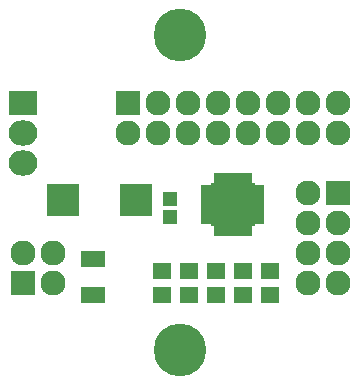
<source format=gts>
G04 #@! TF.FileFunction,Soldermask,Top*
%FSLAX46Y46*%
G04 Gerber Fmt 4.6, Leading zero omitted, Abs format (unit mm)*
G04 Created by KiCad (PCBNEW 4.0.1-stable) date 6/21/2016 10:18:37 AM*
%MOMM*%
G01*
G04 APERTURE LIST*
%ADD10C,0.100000*%
%ADD11R,2.770000X2.830000*%
%ADD12R,0.950000X0.800000*%
%ADD13R,0.800000X0.950000*%
%ADD14R,2.075000X2.075000*%
%ADD15R,2.000000X1.400000*%
%ADD16R,2.127200X2.127200*%
%ADD17O,2.127200X2.127200*%
%ADD18R,1.150000X1.200000*%
%ADD19R,1.650000X1.400000*%
%ADD20R,2.432000X2.127200*%
%ADD21O,2.432000X2.127200*%
%ADD22C,4.464000*%
G04 APERTURE END LIST*
D10*
D11*
X83257000Y-37465000D03*
X77017000Y-37465000D03*
D12*
X93687900Y-39103300D03*
X93687900Y-38453300D03*
X93687900Y-37803300D03*
X93687900Y-37153300D03*
X93687900Y-36503300D03*
D13*
X92737900Y-35553300D03*
X92087900Y-35553300D03*
X91437900Y-35553300D03*
X90787900Y-35553300D03*
X90137900Y-35553300D03*
D12*
X89187900Y-36503300D03*
X89187900Y-37153300D03*
X89187900Y-37803300D03*
X89187900Y-38453300D03*
X89187900Y-39103300D03*
D13*
X90137900Y-40053300D03*
X90787900Y-40053300D03*
X91437900Y-40053300D03*
X92087900Y-40053300D03*
X92737900Y-40053300D03*
D14*
X90600400Y-36965800D03*
X90600400Y-38640800D03*
X92275400Y-36965800D03*
X92275400Y-38640800D03*
D15*
X79629000Y-42442000D03*
X79629000Y-45442000D03*
D16*
X100330000Y-36830000D03*
D17*
X97790000Y-36830000D03*
X100330000Y-39370000D03*
X97790000Y-39370000D03*
X100330000Y-41910000D03*
X97790000Y-41910000D03*
X100330000Y-44450000D03*
X97790000Y-44450000D03*
D18*
X86106000Y-38850000D03*
X86106000Y-37350000D03*
D19*
X85471000Y-43450000D03*
X85471000Y-45450000D03*
X87757000Y-43450000D03*
X87757000Y-45450000D03*
X90043000Y-43450000D03*
X90043000Y-45450000D03*
X92329000Y-43450000D03*
X92329000Y-45450000D03*
X94615000Y-43450000D03*
X94615000Y-45450000D03*
D16*
X73660000Y-44450000D03*
D17*
X76200000Y-44450000D03*
X73660000Y-41910000D03*
X76200000Y-41910000D03*
D20*
X73660000Y-29210000D03*
D21*
X73660000Y-31750000D03*
X73660000Y-34290000D03*
D16*
X82550000Y-29210000D03*
D17*
X82550000Y-31750000D03*
X85090000Y-29210000D03*
X85090000Y-31750000D03*
X87630000Y-29210000D03*
X87630000Y-31750000D03*
X90170000Y-29210000D03*
X90170000Y-31750000D03*
X92710000Y-29210000D03*
X92710000Y-31750000D03*
X95250000Y-29210000D03*
X95250000Y-31750000D03*
X97790000Y-29210000D03*
X97790000Y-31750000D03*
X100330000Y-29210000D03*
X100330000Y-31750000D03*
D22*
X86995000Y-23495000D03*
X86995000Y-50165000D03*
M02*

</source>
